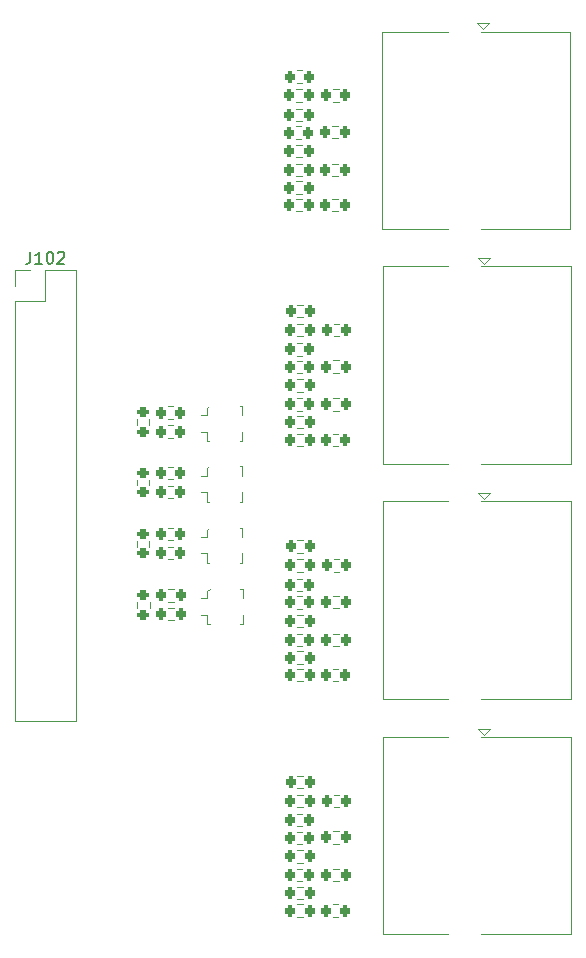
<source format=gbr>
%TF.GenerationSoftware,KiCad,Pcbnew,8.0.5-8.0.5-0~ubuntu22.04.1*%
%TF.CreationDate,2024-10-05T08:55:46-07:00*%
%TF.ProjectId,pmod_ethernet_la,706d6f64-5f65-4746-9865-726e65745f6c,rev?*%
%TF.SameCoordinates,Original*%
%TF.FileFunction,Legend,Top*%
%TF.FilePolarity,Positive*%
%FSLAX46Y46*%
G04 Gerber Fmt 4.6, Leading zero omitted, Abs format (unit mm)*
G04 Created by KiCad (PCBNEW 8.0.5-8.0.5-0~ubuntu22.04.1) date 2024-10-05 08:55:46*
%MOMM*%
%LPD*%
G01*
G04 APERTURE LIST*
G04 Aperture macros list*
%AMRoundRect*
0 Rectangle with rounded corners*
0 $1 Rounding radius*
0 $2 $3 $4 $5 $6 $7 $8 $9 X,Y pos of 4 corners*
0 Add a 4 corners polygon primitive as box body*
4,1,4,$2,$3,$4,$5,$6,$7,$8,$9,$2,$3,0*
0 Add four circle primitives for the rounded corners*
1,1,$1+$1,$2,$3*
1,1,$1+$1,$4,$5*
1,1,$1+$1,$6,$7*
1,1,$1+$1,$8,$9*
0 Add four rect primitives between the rounded corners*
20,1,$1+$1,$2,$3,$4,$5,0*
20,1,$1+$1,$4,$5,$6,$7,0*
20,1,$1+$1,$6,$7,$8,$9,0*
20,1,$1+$1,$8,$9,$2,$3,0*%
G04 Aperture macros list end*
%ADD10C,0.150000*%
%ADD11C,0.120000*%
%ADD12RoundRect,0.200000X-0.200000X-0.275000X0.200000X-0.275000X0.200000X0.275000X-0.200000X0.275000X0*%
%ADD13RoundRect,0.200000X0.275000X-0.200000X0.275000X0.200000X-0.275000X0.200000X-0.275000X-0.200000X0*%
%ADD14RoundRect,0.200000X-0.275000X0.200000X-0.275000X-0.200000X0.275000X-0.200000X0.275000X0.200000X0*%
%ADD15R,1.000000X1.000000*%
%ADD16R,2.200000X1.050000*%
%ADD17R,1.700000X1.700000*%
%ADD18O,1.700000X1.700000*%
%ADD19RoundRect,0.200000X0.200000X0.275000X-0.200000X0.275000X-0.200000X-0.275000X0.200000X-0.275000X0*%
%ADD20C,3.250000*%
%ADD21R,1.500000X1.500000*%
%ADD22C,1.500000*%
%ADD23C,2.300000*%
G04 APERTURE END LIST*
D10*
X85709285Y-96284819D02*
X85709285Y-96999104D01*
X85709285Y-96999104D02*
X85661666Y-97141961D01*
X85661666Y-97141961D02*
X85566428Y-97237200D01*
X85566428Y-97237200D02*
X85423571Y-97284819D01*
X85423571Y-97284819D02*
X85328333Y-97284819D01*
X86709285Y-97284819D02*
X86137857Y-97284819D01*
X86423571Y-97284819D02*
X86423571Y-96284819D01*
X86423571Y-96284819D02*
X86328333Y-96427676D01*
X86328333Y-96427676D02*
X86233095Y-96522914D01*
X86233095Y-96522914D02*
X86137857Y-96570533D01*
X87328333Y-96284819D02*
X87423571Y-96284819D01*
X87423571Y-96284819D02*
X87518809Y-96332438D01*
X87518809Y-96332438D02*
X87566428Y-96380057D01*
X87566428Y-96380057D02*
X87614047Y-96475295D01*
X87614047Y-96475295D02*
X87661666Y-96665771D01*
X87661666Y-96665771D02*
X87661666Y-96903866D01*
X87661666Y-96903866D02*
X87614047Y-97094342D01*
X87614047Y-97094342D02*
X87566428Y-97189580D01*
X87566428Y-97189580D02*
X87518809Y-97237200D01*
X87518809Y-97237200D02*
X87423571Y-97284819D01*
X87423571Y-97284819D02*
X87328333Y-97284819D01*
X87328333Y-97284819D02*
X87233095Y-97237200D01*
X87233095Y-97237200D02*
X87185476Y-97189580D01*
X87185476Y-97189580D02*
X87137857Y-97094342D01*
X87137857Y-97094342D02*
X87090238Y-96903866D01*
X87090238Y-96903866D02*
X87090238Y-96665771D01*
X87090238Y-96665771D02*
X87137857Y-96475295D01*
X87137857Y-96475295D02*
X87185476Y-96380057D01*
X87185476Y-96380057D02*
X87233095Y-96332438D01*
X87233095Y-96332438D02*
X87328333Y-96284819D01*
X88042619Y-96380057D02*
X88090238Y-96332438D01*
X88090238Y-96332438D02*
X88185476Y-96284819D01*
X88185476Y-96284819D02*
X88423571Y-96284819D01*
X88423571Y-96284819D02*
X88518809Y-96332438D01*
X88518809Y-96332438D02*
X88566428Y-96380057D01*
X88566428Y-96380057D02*
X88614047Y-96475295D01*
X88614047Y-96475295D02*
X88614047Y-96570533D01*
X88614047Y-96570533D02*
X88566428Y-96713390D01*
X88566428Y-96713390D02*
X87995000Y-97284819D01*
X87995000Y-97284819D02*
X88614047Y-97284819D01*
D11*
%TO.C,R902*%
X97337742Y-114477501D02*
X97812258Y-114477501D01*
X97337742Y-115522501D02*
X97812258Y-115522501D01*
%TO.C,R901*%
X94727500Y-116037259D02*
X94727500Y-115562743D01*
X95772500Y-116037259D02*
X95772500Y-115562743D01*
%TO.C,R802*%
X97337742Y-109377500D02*
X97812258Y-109377500D01*
X97337742Y-110422500D02*
X97812258Y-110422500D01*
%TO.C,R801*%
X94727500Y-110937258D02*
X94727500Y-110462742D01*
X95772500Y-110937258D02*
X95772500Y-110462742D01*
%TO.C,R702*%
X97387742Y-124852500D02*
X97862258Y-124852500D01*
X97387742Y-125897500D02*
X97862258Y-125897500D01*
%TO.C,R701*%
X95822500Y-125937742D02*
X95822500Y-126412258D01*
X94777500Y-125937742D02*
X94777500Y-126412258D01*
%TO.C,R602*%
X97362742Y-119677500D02*
X97837258Y-119677500D01*
X97362742Y-120722500D02*
X97837258Y-120722500D01*
%TO.C,R601*%
X94752500Y-121237258D02*
X94752500Y-120762742D01*
X95797500Y-121237258D02*
X95797500Y-120762742D01*
%TO.C,J901*%
X103650000Y-114425001D02*
X103650000Y-115225001D01*
X103450000Y-114425001D02*
X103650000Y-114425001D01*
X100650000Y-114625001D02*
X100850000Y-114425001D01*
X100650000Y-115225001D02*
X100650000Y-114625001D01*
X100650000Y-115225001D02*
X100150000Y-115225001D01*
X103650000Y-116625001D02*
X103650000Y-117425001D01*
X100650000Y-116625001D02*
X100150000Y-116625001D01*
X103650000Y-117425001D02*
X103450000Y-117425001D01*
X100850000Y-117425001D02*
X100650000Y-117425001D01*
X100650000Y-117425001D02*
X100650000Y-116625001D01*
%TO.C,J801*%
X103650000Y-109325000D02*
X103650000Y-110125000D01*
X103450000Y-109325000D02*
X103650000Y-109325000D01*
X100650000Y-109525000D02*
X100850000Y-109325000D01*
X100650000Y-110125000D02*
X100650000Y-109525000D01*
X100650000Y-110125000D02*
X100150000Y-110125000D01*
X103650000Y-111525000D02*
X103650000Y-112325000D01*
X100650000Y-111525000D02*
X100150000Y-111525000D01*
X103650000Y-112325000D02*
X103450000Y-112325000D01*
X100850000Y-112325000D02*
X100650000Y-112325000D01*
X100650000Y-112325000D02*
X100650000Y-111525000D01*
%TO.C,J701*%
X103700000Y-124800000D02*
X103700000Y-125600000D01*
X103500000Y-124800000D02*
X103700000Y-124800000D01*
X100700000Y-125000000D02*
X100900000Y-124800000D01*
X100700000Y-125600000D02*
X100700000Y-125000000D01*
X100700000Y-125600000D02*
X100200000Y-125600000D01*
X103700000Y-127000000D02*
X103700000Y-127800000D01*
X100700000Y-127000000D02*
X100200000Y-127000000D01*
X103700000Y-127800000D02*
X103500000Y-127800000D01*
X100900000Y-127800000D02*
X100700000Y-127800000D01*
X100700000Y-127800000D02*
X100700000Y-127000000D01*
%TO.C,J601*%
X100675000Y-122625000D02*
X100675000Y-121825000D01*
X100875000Y-122625000D02*
X100675000Y-122625000D01*
X103675000Y-122625000D02*
X103475000Y-122625000D01*
X100675000Y-121825000D02*
X100175000Y-121825000D01*
X103675000Y-121825000D02*
X103675000Y-122625000D01*
X100675000Y-120425000D02*
X100175000Y-120425000D01*
X100675000Y-120425000D02*
X100675000Y-119825000D01*
X100675000Y-119825000D02*
X100875000Y-119625000D01*
X103475000Y-119625000D02*
X103675000Y-119625000D01*
X103675000Y-119625000D02*
X103675000Y-120425000D01*
%TO.C,C901*%
X97337742Y-116077501D02*
X97812258Y-116077501D01*
X97337742Y-117122501D02*
X97812258Y-117122501D01*
%TO.C,C801*%
X97337742Y-110977500D02*
X97812258Y-110977500D01*
X97337742Y-112022500D02*
X97812258Y-112022500D01*
%TO.C,C701*%
X97387742Y-126452500D02*
X97862258Y-126452500D01*
X97387742Y-127497500D02*
X97862258Y-127497500D01*
%TO.C,C601*%
X97362742Y-121277500D02*
X97837258Y-121277500D01*
X97362742Y-122322500D02*
X97837258Y-122322500D01*
%TO.C,J102*%
X84395000Y-97830000D02*
X85725000Y-97830000D01*
X84395000Y-99160000D02*
X84395000Y-97830000D01*
X84395000Y-100430000D02*
X84395000Y-136050000D01*
X84395000Y-100430000D02*
X86995000Y-100430000D01*
X84395000Y-136050000D02*
X89595000Y-136050000D01*
X86995000Y-97830000D02*
X89595000Y-97830000D01*
X86995000Y-100430000D02*
X86995000Y-97830000D01*
X89595000Y-97830000D02*
X89595000Y-136050000D01*
%TO.C,R508*%
X108787258Y-103422501D02*
X108312742Y-103422501D01*
X108787258Y-102377501D02*
X108312742Y-102377501D01*
%TO.C,R507*%
X108762258Y-105062501D02*
X108287742Y-105062501D01*
X108762258Y-104017501D02*
X108287742Y-104017501D01*
%TO.C,R506*%
X108762258Y-109722501D02*
X108287742Y-109722501D01*
X108762258Y-108677501D02*
X108287742Y-108677501D01*
%TO.C,R505*%
X108787258Y-111222501D02*
X108312742Y-111222501D01*
X108787258Y-110177501D02*
X108312742Y-110177501D01*
%TO.C,R504*%
X111887258Y-103422501D02*
X111412742Y-103422501D01*
X111887258Y-102377501D02*
X111412742Y-102377501D01*
%TO.C,R503*%
X111837258Y-106522501D02*
X111362742Y-106522501D01*
X111837258Y-105477501D02*
X111362742Y-105477501D01*
%TO.C,R502*%
X111837258Y-109722501D02*
X111362742Y-109722501D01*
X111837258Y-108677501D02*
X111362742Y-108677501D01*
%TO.C,R501*%
X111812258Y-112722501D02*
X111337742Y-112722501D01*
X111812258Y-111677501D02*
X111337742Y-111677501D01*
%TO.C,R408*%
X108787258Y-123355834D02*
X108312742Y-123355834D01*
X108787258Y-122310834D02*
X108312742Y-122310834D01*
%TO.C,R407*%
X108762258Y-124995834D02*
X108287742Y-124995834D01*
X108762258Y-123950834D02*
X108287742Y-123950834D01*
%TO.C,R406*%
X108762258Y-129655834D02*
X108287742Y-129655834D01*
X108762258Y-128610834D02*
X108287742Y-128610834D01*
%TO.C,R405*%
X108787258Y-131155834D02*
X108312742Y-131155834D01*
X108787258Y-130110834D02*
X108312742Y-130110834D01*
%TO.C,R404*%
X111887258Y-123355834D02*
X111412742Y-123355834D01*
X111887258Y-122310834D02*
X111412742Y-122310834D01*
%TO.C,R403*%
X111837258Y-126455834D02*
X111362742Y-126455834D01*
X111837258Y-125410834D02*
X111362742Y-125410834D01*
%TO.C,R402*%
X111837258Y-129655834D02*
X111362742Y-129655834D01*
X111837258Y-128610834D02*
X111362742Y-128610834D01*
%TO.C,R401*%
X111812258Y-132655834D02*
X111337742Y-132655834D01*
X111812258Y-131610834D02*
X111337742Y-131610834D01*
%TO.C,R308*%
X108787258Y-143289167D02*
X108312742Y-143289167D01*
X108787258Y-142244167D02*
X108312742Y-142244167D01*
%TO.C,R307*%
X108762258Y-144929167D02*
X108287742Y-144929167D01*
X108762258Y-143884167D02*
X108287742Y-143884167D01*
%TO.C,R306*%
X108762258Y-149589167D02*
X108287742Y-149589167D01*
X108762258Y-148544167D02*
X108287742Y-148544167D01*
%TO.C,R305*%
X108787258Y-151089167D02*
X108312742Y-151089167D01*
X108787258Y-150044167D02*
X108312742Y-150044167D01*
%TO.C,R304*%
X111887258Y-143289167D02*
X111412742Y-143289167D01*
X111887258Y-142244167D02*
X111412742Y-142244167D01*
%TO.C,R303*%
X111837258Y-146389167D02*
X111362742Y-146389167D01*
X111837258Y-145344167D02*
X111362742Y-145344167D01*
%TO.C,R302*%
X111837258Y-149589167D02*
X111362742Y-149589167D01*
X111837258Y-148544167D02*
X111362742Y-148544167D01*
%TO.C,R301*%
X111812258Y-152589167D02*
X111337742Y-152589167D01*
X111812258Y-151544167D02*
X111337742Y-151544167D01*
%TO.C,J501*%
X124615000Y-96790001D02*
X124115000Y-97290001D01*
X123615000Y-96790001D02*
X124615000Y-96790001D01*
X124115000Y-97290001D02*
X123615000Y-96790001D01*
X131525000Y-97485001D02*
X123915000Y-97485001D01*
X115555000Y-97485001D02*
X121115000Y-97485001D01*
X131525000Y-97530001D02*
X131525000Y-114170001D01*
X115555000Y-97530001D02*
X115555000Y-114215001D01*
X131525000Y-114215001D02*
X123915000Y-114215001D01*
X115555000Y-114215001D02*
X121115000Y-114215001D01*
%TO.C,J401*%
X124615000Y-116723334D02*
X124115000Y-117223334D01*
X123615000Y-116723334D02*
X124615000Y-116723334D01*
X124115000Y-117223334D02*
X123615000Y-116723334D01*
X131525000Y-117418334D02*
X123915000Y-117418334D01*
X115555000Y-117418334D02*
X121115000Y-117418334D01*
X131525000Y-117463334D02*
X131525000Y-134103334D01*
X115555000Y-117463334D02*
X115555000Y-134148334D01*
X131525000Y-134148334D02*
X123915000Y-134148334D01*
X115555000Y-134148334D02*
X121115000Y-134148334D01*
%TO.C,J301*%
X124615000Y-136656667D02*
X124115000Y-137156667D01*
X123615000Y-136656667D02*
X124615000Y-136656667D01*
X124115000Y-137156667D02*
X123615000Y-136656667D01*
X131525000Y-137351667D02*
X123915000Y-137351667D01*
X115555000Y-137351667D02*
X121115000Y-137351667D01*
X131525000Y-137396667D02*
X131525000Y-154036667D01*
X115555000Y-137396667D02*
X115555000Y-154081667D01*
X131525000Y-154081667D02*
X123915000Y-154081667D01*
X115555000Y-154081667D02*
X121115000Y-154081667D01*
%TO.C,C504*%
X108812258Y-101822501D02*
X108337742Y-101822501D01*
X108812258Y-100777501D02*
X108337742Y-100777501D01*
%TO.C,C503*%
X108737258Y-106562501D02*
X108262742Y-106562501D01*
X108737258Y-105517501D02*
X108262742Y-105517501D01*
%TO.C,C502*%
X108787258Y-108122501D02*
X108312742Y-108122501D01*
X108787258Y-107077501D02*
X108312742Y-107077501D01*
%TO.C,C501*%
X108787258Y-112722501D02*
X108312742Y-112722501D01*
X108787258Y-111677501D02*
X108312742Y-111677501D01*
%TO.C,C404*%
X108812258Y-121755834D02*
X108337742Y-121755834D01*
X108812258Y-120710834D02*
X108337742Y-120710834D01*
%TO.C,C403*%
X108737258Y-126495834D02*
X108262742Y-126495834D01*
X108737258Y-125450834D02*
X108262742Y-125450834D01*
%TO.C,C402*%
X108787258Y-128055834D02*
X108312742Y-128055834D01*
X108787258Y-127010834D02*
X108312742Y-127010834D01*
%TO.C,C401*%
X108787258Y-132655834D02*
X108312742Y-132655834D01*
X108787258Y-131610834D02*
X108312742Y-131610834D01*
%TO.C,C304*%
X108812258Y-141689167D02*
X108337742Y-141689167D01*
X108812258Y-140644167D02*
X108337742Y-140644167D01*
%TO.C,C303*%
X108737258Y-146429167D02*
X108262742Y-146429167D01*
X108737258Y-145384167D02*
X108262742Y-145384167D01*
%TO.C,C302*%
X108787258Y-147989167D02*
X108312742Y-147989167D01*
X108787258Y-146944167D02*
X108312742Y-146944167D01*
%TO.C,C301*%
X108787258Y-152589167D02*
X108312742Y-152589167D01*
X108787258Y-151544167D02*
X108312742Y-151544167D01*
%TO.C,R208*%
X108717258Y-83569167D02*
X108242742Y-83569167D01*
X108717258Y-82524167D02*
X108242742Y-82524167D01*
%TO.C,R204*%
X111817258Y-83569167D02*
X111342742Y-83569167D01*
X111817258Y-82524167D02*
X111342742Y-82524167D01*
%TO.C,R207*%
X108692258Y-85209167D02*
X108217742Y-85209167D01*
X108692258Y-84164167D02*
X108217742Y-84164167D01*
%TO.C,R203*%
X111767258Y-86669167D02*
X111292742Y-86669167D01*
X111767258Y-85624167D02*
X111292742Y-85624167D01*
%TO.C,R206*%
X108692258Y-89869167D02*
X108217742Y-89869167D01*
X108692258Y-88824167D02*
X108217742Y-88824167D01*
%TO.C,R202*%
X111767258Y-89869167D02*
X111292742Y-89869167D01*
X111767258Y-88824167D02*
X111292742Y-88824167D01*
%TO.C,J201*%
X124545000Y-76936667D02*
X124045000Y-77436667D01*
X123545000Y-76936667D02*
X124545000Y-76936667D01*
X124045000Y-77436667D02*
X123545000Y-76936667D01*
X131455000Y-77631667D02*
X123845000Y-77631667D01*
X115485000Y-77631667D02*
X121045000Y-77631667D01*
X131455000Y-77676667D02*
X131455000Y-94316667D01*
X115485000Y-77676667D02*
X115485000Y-94361667D01*
X131455000Y-94361667D02*
X123845000Y-94361667D01*
X115485000Y-94361667D02*
X121045000Y-94361667D01*
%TO.C,C204*%
X108742258Y-81969167D02*
X108267742Y-81969167D01*
X108742258Y-80924167D02*
X108267742Y-80924167D01*
%TO.C,C203*%
X108667258Y-86709167D02*
X108192742Y-86709167D01*
X108667258Y-85664167D02*
X108192742Y-85664167D01*
%TO.C,C202*%
X108717258Y-88269167D02*
X108242742Y-88269167D01*
X108717258Y-87224167D02*
X108242742Y-87224167D01*
%TO.C,R205*%
X108717258Y-91369167D02*
X108242742Y-91369167D01*
X108717258Y-90324167D02*
X108242742Y-90324167D01*
%TO.C,R201*%
X111742258Y-92869167D02*
X111267742Y-92869167D01*
X111742258Y-91824167D02*
X111267742Y-91824167D01*
%TO.C,C201*%
X108717258Y-92869167D02*
X108242742Y-92869167D01*
X108717258Y-91824167D02*
X108242742Y-91824167D01*
%TD*%
%LPC*%
D12*
%TO.C,R902*%
X96750000Y-115000001D03*
X98400000Y-115000001D03*
%TD*%
D13*
%TO.C,R901*%
X95250000Y-116625001D03*
X95250000Y-114975001D03*
%TD*%
D12*
%TO.C,R802*%
X96750000Y-109900000D03*
X98400000Y-109900000D03*
%TD*%
D13*
%TO.C,R801*%
X95250000Y-111525000D03*
X95250000Y-109875000D03*
%TD*%
D12*
%TO.C,R702*%
X96800000Y-125375000D03*
X98450000Y-125375000D03*
%TD*%
D14*
%TO.C,R701*%
X95300000Y-125350000D03*
X95300000Y-127000000D03*
%TD*%
D12*
%TO.C,R602*%
X96775000Y-120200000D03*
X98425000Y-120200000D03*
%TD*%
D13*
%TO.C,R601*%
X95275000Y-121825000D03*
X95275000Y-120175000D03*
%TD*%
D15*
%TO.C,J901*%
X100650000Y-115925001D03*
D16*
X102150000Y-114450001D03*
D15*
X103650000Y-115925001D03*
D16*
X102150000Y-117400001D03*
%TD*%
D15*
%TO.C,J801*%
X100650000Y-110825000D03*
D16*
X102150000Y-109350000D03*
D15*
X103650000Y-110825000D03*
D16*
X102150000Y-112300000D03*
%TD*%
D15*
%TO.C,J701*%
X100700000Y-126300000D03*
D16*
X102200000Y-124825000D03*
D15*
X103700000Y-126300000D03*
D16*
X102200000Y-127775000D03*
%TD*%
%TO.C,J601*%
X102175000Y-122600000D03*
D15*
X103675000Y-121125000D03*
D16*
X102175000Y-119650000D03*
D15*
X100675000Y-121125000D03*
%TD*%
D12*
%TO.C,C901*%
X96750000Y-116600001D03*
X98400000Y-116600001D03*
%TD*%
%TO.C,C801*%
X96750000Y-111500000D03*
X98400000Y-111500000D03*
%TD*%
%TO.C,C701*%
X96800000Y-126975000D03*
X98450000Y-126975000D03*
%TD*%
%TO.C,C601*%
X96775000Y-121800000D03*
X98425000Y-121800000D03*
%TD*%
D17*
%TO.C,J102*%
X85725000Y-99160000D03*
D18*
X88265000Y-99160000D03*
X85725000Y-101700000D03*
X88265000Y-101700000D03*
X85725000Y-104240000D03*
X88265000Y-104240000D03*
X85725000Y-106780000D03*
X88265000Y-106780000D03*
X85725000Y-109320000D03*
X88265000Y-109320000D03*
X85725000Y-111860000D03*
X88265000Y-111860000D03*
X85725000Y-114400000D03*
X88265000Y-114400000D03*
X85725000Y-116940000D03*
X88265000Y-116940000D03*
X85725000Y-119480000D03*
X88265000Y-119480000D03*
X85725000Y-122020000D03*
X88265000Y-122020000D03*
X85725000Y-124560000D03*
X88265000Y-124560000D03*
X85725000Y-127100000D03*
X88265000Y-127100000D03*
X85725000Y-129640000D03*
X88265000Y-129640000D03*
X85725000Y-132180000D03*
X88265000Y-132180000D03*
X85725000Y-134720000D03*
X88265000Y-134720000D03*
%TD*%
D19*
%TO.C,R508*%
X109375000Y-102900001D03*
X107725000Y-102900001D03*
%TD*%
%TO.C,R507*%
X109350000Y-104540001D03*
X107700000Y-104540001D03*
%TD*%
%TO.C,R506*%
X109350000Y-109200001D03*
X107700000Y-109200001D03*
%TD*%
%TO.C,R505*%
X109375000Y-110700001D03*
X107725000Y-110700001D03*
%TD*%
%TO.C,R504*%
X112475000Y-102900001D03*
X110825000Y-102900001D03*
%TD*%
%TO.C,R503*%
X112425000Y-106000001D03*
X110775000Y-106000001D03*
%TD*%
%TO.C,R502*%
X112425000Y-109200001D03*
X110775000Y-109200001D03*
%TD*%
%TO.C,R501*%
X112400000Y-112200001D03*
X110750000Y-112200001D03*
%TD*%
%TO.C,R408*%
X109375000Y-122833334D03*
X107725000Y-122833334D03*
%TD*%
%TO.C,R407*%
X109350000Y-124473334D03*
X107700000Y-124473334D03*
%TD*%
%TO.C,R406*%
X109350000Y-129133334D03*
X107700000Y-129133334D03*
%TD*%
%TO.C,R405*%
X109375000Y-130633334D03*
X107725000Y-130633334D03*
%TD*%
%TO.C,R404*%
X112475000Y-122833334D03*
X110825000Y-122833334D03*
%TD*%
%TO.C,R403*%
X112425000Y-125933334D03*
X110775000Y-125933334D03*
%TD*%
%TO.C,R402*%
X112425000Y-129133334D03*
X110775000Y-129133334D03*
%TD*%
%TO.C,R401*%
X112400000Y-132133334D03*
X110750000Y-132133334D03*
%TD*%
%TO.C,R308*%
X109375000Y-142766667D03*
X107725000Y-142766667D03*
%TD*%
%TO.C,R307*%
X109350000Y-144406667D03*
X107700000Y-144406667D03*
%TD*%
%TO.C,R306*%
X109350000Y-149066667D03*
X107700000Y-149066667D03*
%TD*%
%TO.C,R305*%
X109375000Y-150566667D03*
X107725000Y-150566667D03*
%TD*%
%TO.C,R304*%
X112475000Y-142766667D03*
X110825000Y-142766667D03*
%TD*%
%TO.C,R303*%
X112425000Y-145866667D03*
X110775000Y-145866667D03*
%TD*%
%TO.C,R302*%
X112425000Y-149066667D03*
X110775000Y-149066667D03*
%TD*%
%TO.C,R301*%
X112400000Y-152066667D03*
X110750000Y-152066667D03*
%TD*%
D20*
%TO.C,J501*%
X125955000Y-99500001D03*
X125955000Y-112200001D03*
D21*
X123415000Y-102290001D03*
D22*
X121635000Y-103306001D03*
X123415000Y-104322001D03*
X121635000Y-105338001D03*
X123415000Y-106354001D03*
X121635000Y-107370001D03*
X123415000Y-108386001D03*
X121635000Y-109402001D03*
D23*
X122525000Y-97720001D03*
X122525000Y-113980001D03*
%TD*%
D20*
%TO.C,J401*%
X125955000Y-119433334D03*
X125955000Y-132133334D03*
D21*
X123415000Y-122223334D03*
D22*
X121635000Y-123239334D03*
X123415000Y-124255334D03*
X121635000Y-125271334D03*
X123415000Y-126287334D03*
X121635000Y-127303334D03*
X123415000Y-128319334D03*
X121635000Y-129335334D03*
D23*
X122525000Y-117653334D03*
X122525000Y-133913334D03*
%TD*%
D20*
%TO.C,J301*%
X125955000Y-139366667D03*
X125955000Y-152066667D03*
D21*
X123415000Y-142156667D03*
D22*
X121635000Y-143172667D03*
X123415000Y-144188667D03*
X121635000Y-145204667D03*
X123415000Y-146220667D03*
X121635000Y-147236667D03*
X123415000Y-148252667D03*
X121635000Y-149268667D03*
D23*
X122525000Y-137586667D03*
X122525000Y-153846667D03*
%TD*%
D19*
%TO.C,C504*%
X109400000Y-101300001D03*
X107750000Y-101300001D03*
%TD*%
%TO.C,C503*%
X109325000Y-106040001D03*
X107675000Y-106040001D03*
%TD*%
%TO.C,C502*%
X109375000Y-107600001D03*
X107725000Y-107600001D03*
%TD*%
%TO.C,C501*%
X109375000Y-112200001D03*
X107725000Y-112200001D03*
%TD*%
%TO.C,C404*%
X109400000Y-121233334D03*
X107750000Y-121233334D03*
%TD*%
%TO.C,C403*%
X109325000Y-125973334D03*
X107675000Y-125973334D03*
%TD*%
%TO.C,C402*%
X109375000Y-127533334D03*
X107725000Y-127533334D03*
%TD*%
%TO.C,C401*%
X109375000Y-132133334D03*
X107725000Y-132133334D03*
%TD*%
%TO.C,C304*%
X109400000Y-141166667D03*
X107750000Y-141166667D03*
%TD*%
%TO.C,C303*%
X109325000Y-145906667D03*
X107675000Y-145906667D03*
%TD*%
%TO.C,C302*%
X109375000Y-147466667D03*
X107725000Y-147466667D03*
%TD*%
%TO.C,C301*%
X109375000Y-152066667D03*
X107725000Y-152066667D03*
%TD*%
%TO.C,R208*%
X109305000Y-83046667D03*
X107655000Y-83046667D03*
%TD*%
%TO.C,R204*%
X112405000Y-83046667D03*
X110755000Y-83046667D03*
%TD*%
%TO.C,R207*%
X109280000Y-84686667D03*
X107630000Y-84686667D03*
%TD*%
%TO.C,R203*%
X112355000Y-86146667D03*
X110705000Y-86146667D03*
%TD*%
%TO.C,R206*%
X109280000Y-89346667D03*
X107630000Y-89346667D03*
%TD*%
%TO.C,R202*%
X112355000Y-89346667D03*
X110705000Y-89346667D03*
%TD*%
D20*
%TO.C,J201*%
X125885000Y-79646667D03*
X125885000Y-92346667D03*
D21*
X123345000Y-82436667D03*
D22*
X121565000Y-83452667D03*
X123345000Y-84468667D03*
X121565000Y-85484667D03*
X123345000Y-86500667D03*
X121565000Y-87516667D03*
X123345000Y-88532667D03*
X121565000Y-89548667D03*
D23*
X122455000Y-77866667D03*
X122455000Y-94126667D03*
%TD*%
D19*
%TO.C,C204*%
X109330000Y-81446667D03*
X107680000Y-81446667D03*
%TD*%
%TO.C,C203*%
X109255000Y-86186667D03*
X107605000Y-86186667D03*
%TD*%
%TO.C,C202*%
X109305000Y-87746667D03*
X107655000Y-87746667D03*
%TD*%
%TO.C,R205*%
X109305000Y-90846667D03*
X107655000Y-90846667D03*
%TD*%
%TO.C,R201*%
X112330000Y-92346667D03*
X110680000Y-92346667D03*
%TD*%
%TO.C,C201*%
X109305000Y-92346667D03*
X107655000Y-92346667D03*
%TD*%
%LPD*%
M02*

</source>
